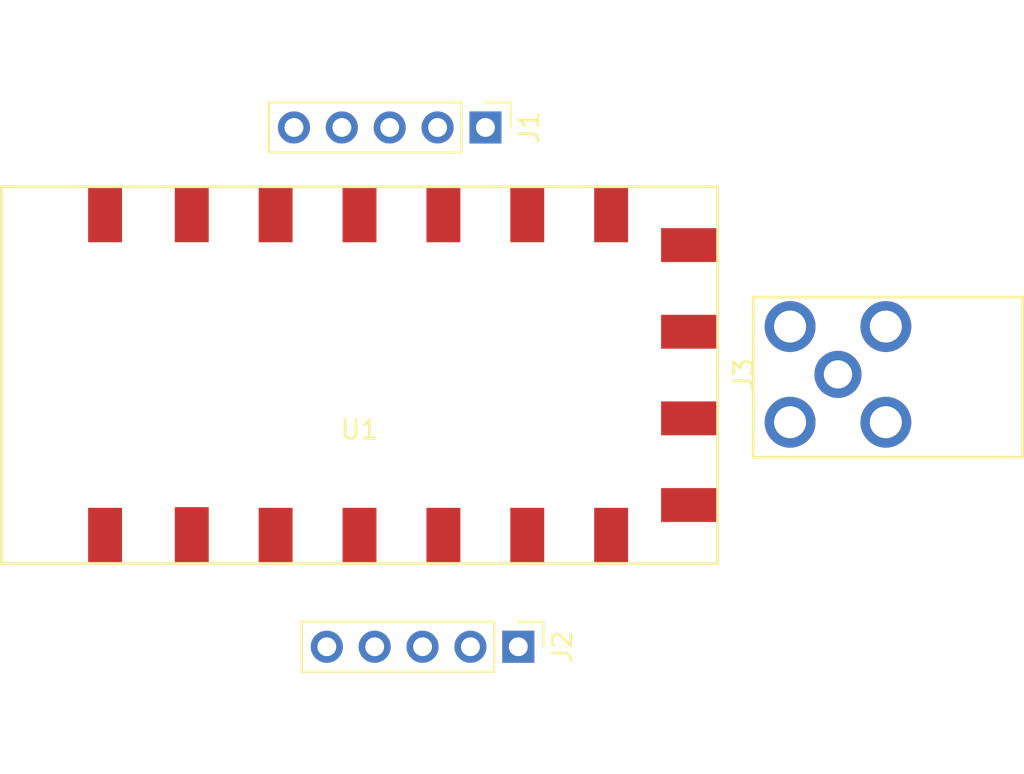
<source format=kicad_pcb>
(kicad_pcb (version 20171130) (host pcbnew 5.0.2-bee76a0~70~ubuntu18.04.1)

  (general
    (thickness 1.6)
    (drawings 0)
    (tracks 0)
    (zones 0)
    (modules 4)
    (nets 12)
  )

  (page A4)
  (layers
    (0 F.Cu signal)
    (31 B.Cu signal)
    (32 B.Adhes user)
    (33 F.Adhes user)
    (34 B.Paste user)
    (35 F.Paste user)
    (36 B.SilkS user)
    (37 F.SilkS user)
    (38 B.Mask user)
    (39 F.Mask user)
    (40 Dwgs.User user)
    (41 Cmts.User user)
    (42 Eco1.User user)
    (43 Eco2.User user)
    (44 Edge.Cuts user)
    (45 Margin user)
    (46 B.CrtYd user)
    (47 F.CrtYd user)
    (48 B.Fab user)
    (49 F.Fab user)
  )

  (setup
    (last_trace_width 0.25)
    (trace_clearance 0.2)
    (zone_clearance 0.508)
    (zone_45_only no)
    (trace_min 0.2)
    (segment_width 0.2)
    (edge_width 0.15)
    (via_size 0.8)
    (via_drill 0.4)
    (via_min_size 0.4)
    (via_min_drill 0.3)
    (uvia_size 0.3)
    (uvia_drill 0.1)
    (uvias_allowed no)
    (uvia_min_size 0.2)
    (uvia_min_drill 0.1)
    (pcb_text_width 0.3)
    (pcb_text_size 1.5 1.5)
    (mod_edge_width 0.15)
    (mod_text_size 1 1)
    (mod_text_width 0.15)
    (pad_size 1.524 1.524)
    (pad_drill 0.762)
    (pad_to_mask_clearance 0.051)
    (solder_mask_min_width 0.25)
    (aux_axis_origin 0 0)
    (visible_elements FFFFFF7F)
    (pcbplotparams
      (layerselection 0x010fc_ffffffff)
      (usegerberextensions false)
      (usegerberattributes false)
      (usegerberadvancedattributes false)
      (creategerberjobfile false)
      (excludeedgelayer true)
      (linewidth 0.100000)
      (plotframeref false)
      (viasonmask false)
      (mode 1)
      (useauxorigin false)
      (hpglpennumber 1)
      (hpglpenspeed 20)
      (hpglpendiameter 15.000000)
      (psnegative false)
      (psa4output false)
      (plotreference true)
      (plotvalue true)
      (plotinvisibletext false)
      (padsonsilk false)
      (subtractmaskfromsilk false)
      (outputformat 1)
      (mirror false)
      (drillshape 1)
      (scaleselection 1)
      (outputdirectory ""))
  )

  (net 0 "")
  (net 1 TXD)
  (net 2 RXD)
  (net 3 ~HI_PWR)
  (net 4 ~PD)
  (net 5 +3V3)
  (net 6 MIC_IN)
  (net 7 ~PTT)
  (net 8 AF_OUT)
  (net 9 SQ)
  (net 10 GND)
  (net 11 "Net-(J3-Pad1)")

  (net_class Default "This is the default net class."
    (clearance 0.2)
    (trace_width 0.25)
    (via_dia 0.8)
    (via_drill 0.4)
    (uvia_dia 0.3)
    (uvia_drill 0.1)
    (add_net +3V3)
    (add_net AF_OUT)
    (add_net GND)
    (add_net MIC_IN)
    (add_net "Net-(J3-Pad1)")
    (add_net RXD)
    (add_net SQ)
    (add_net TXD)
    (add_net ~HI_PWR)
    (add_net ~PD)
    (add_net ~PTT)
  )

  (module Pin_Headers:Pin_Header_Straight_1x05_Pitch2.54mm (layer F.Cu) (tedit 59650532) (tstamp 5D5C887A)
    (at 151.257 82.931 270)
    (descr "Through hole straight pin header, 1x05, 2.54mm pitch, single row")
    (tags "Through hole pin header THT 1x05 2.54mm single row")
    (path /5D5C737E)
    (fp_text reference J1 (at 0 -2.33 270) (layer F.SilkS)
      (effects (font (size 1 1) (thickness 0.15)))
    )
    (fp_text value Conn_01x05_Male (at 0 12.49 270) (layer F.Fab)
      (effects (font (size 1 1) (thickness 0.15)))
    )
    (fp_text user %R (at 0 5.08) (layer F.Fab)
      (effects (font (size 1 1) (thickness 0.15)))
    )
    (fp_line (start 1.8 -1.8) (end -1.8 -1.8) (layer F.CrtYd) (width 0.05))
    (fp_line (start 1.8 11.95) (end 1.8 -1.8) (layer F.CrtYd) (width 0.05))
    (fp_line (start -1.8 11.95) (end 1.8 11.95) (layer F.CrtYd) (width 0.05))
    (fp_line (start -1.8 -1.8) (end -1.8 11.95) (layer F.CrtYd) (width 0.05))
    (fp_line (start -1.33 -1.33) (end 0 -1.33) (layer F.SilkS) (width 0.12))
    (fp_line (start -1.33 0) (end -1.33 -1.33) (layer F.SilkS) (width 0.12))
    (fp_line (start -1.33 1.27) (end 1.33 1.27) (layer F.SilkS) (width 0.12))
    (fp_line (start 1.33 1.27) (end 1.33 11.49) (layer F.SilkS) (width 0.12))
    (fp_line (start -1.33 1.27) (end -1.33 11.49) (layer F.SilkS) (width 0.12))
    (fp_line (start -1.33 11.49) (end 1.33 11.49) (layer F.SilkS) (width 0.12))
    (fp_line (start -1.27 -0.635) (end -0.635 -1.27) (layer F.Fab) (width 0.1))
    (fp_line (start -1.27 11.43) (end -1.27 -0.635) (layer F.Fab) (width 0.1))
    (fp_line (start 1.27 11.43) (end -1.27 11.43) (layer F.Fab) (width 0.1))
    (fp_line (start 1.27 -1.27) (end 1.27 11.43) (layer F.Fab) (width 0.1))
    (fp_line (start -0.635 -1.27) (end 1.27 -1.27) (layer F.Fab) (width 0.1))
    (pad 5 thru_hole oval (at 0 10.16 270) (size 1.7 1.7) (drill 1) (layers *.Cu *.Mask)
      (net 1 TXD))
    (pad 4 thru_hole oval (at 0 7.62 270) (size 1.7 1.7) (drill 1) (layers *.Cu *.Mask)
      (net 2 RXD))
    (pad 3 thru_hole oval (at 0 5.08 270) (size 1.7 1.7) (drill 1) (layers *.Cu *.Mask)
      (net 3 ~HI_PWR))
    (pad 2 thru_hole oval (at 0 2.54 270) (size 1.7 1.7) (drill 1) (layers *.Cu *.Mask)
      (net 4 ~PD))
    (pad 1 thru_hole rect (at 0 0 270) (size 1.7 1.7) (drill 1) (layers *.Cu *.Mask)
      (net 5 +3V3))
    (model ${KISYS3DMOD}/Pin_Headers.3dshapes/Pin_Header_Straight_1x05_Pitch2.54mm.wrl
      (at (xyz 0 0 0))
      (scale (xyz 1 1 1))
      (rotate (xyz 0 0 0))
    )
  )

  (module Pin_Headers:Pin_Header_Straight_1x05_Pitch2.54mm (layer F.Cu) (tedit 59650532) (tstamp 5D5C8832)
    (at 153 110.5 270)
    (descr "Through hole straight pin header, 1x05, 2.54mm pitch, single row")
    (tags "Through hole pin header THT 1x05 2.54mm single row")
    (path /5D5C73F7)
    (fp_text reference J2 (at 0 -2.33 270) (layer F.SilkS)
      (effects (font (size 1 1) (thickness 0.15)))
    )
    (fp_text value Conn_01x05_Male (at 0 12.49 270) (layer F.Fab)
      (effects (font (size 1 1) (thickness 0.15)))
    )
    (fp_line (start -0.635 -1.27) (end 1.27 -1.27) (layer F.Fab) (width 0.1))
    (fp_line (start 1.27 -1.27) (end 1.27 11.43) (layer F.Fab) (width 0.1))
    (fp_line (start 1.27 11.43) (end -1.27 11.43) (layer F.Fab) (width 0.1))
    (fp_line (start -1.27 11.43) (end -1.27 -0.635) (layer F.Fab) (width 0.1))
    (fp_line (start -1.27 -0.635) (end -0.635 -1.27) (layer F.Fab) (width 0.1))
    (fp_line (start -1.33 11.49) (end 1.33 11.49) (layer F.SilkS) (width 0.12))
    (fp_line (start -1.33 1.27) (end -1.33 11.49) (layer F.SilkS) (width 0.12))
    (fp_line (start 1.33 1.27) (end 1.33 11.49) (layer F.SilkS) (width 0.12))
    (fp_line (start -1.33 1.27) (end 1.33 1.27) (layer F.SilkS) (width 0.12))
    (fp_line (start -1.33 0) (end -1.33 -1.33) (layer F.SilkS) (width 0.12))
    (fp_line (start -1.33 -1.33) (end 0 -1.33) (layer F.SilkS) (width 0.12))
    (fp_line (start -1.8 -1.8) (end -1.8 11.95) (layer F.CrtYd) (width 0.05))
    (fp_line (start -1.8 11.95) (end 1.8 11.95) (layer F.CrtYd) (width 0.05))
    (fp_line (start 1.8 11.95) (end 1.8 -1.8) (layer F.CrtYd) (width 0.05))
    (fp_line (start 1.8 -1.8) (end -1.8 -1.8) (layer F.CrtYd) (width 0.05))
    (fp_text user %R (at 0 5.08) (layer F.Fab)
      (effects (font (size 1 1) (thickness 0.15)))
    )
    (pad 1 thru_hole rect (at 0 0 270) (size 1.7 1.7) (drill 1) (layers *.Cu *.Mask)
      (net 6 MIC_IN))
    (pad 2 thru_hole oval (at 0 2.54 270) (size 1.7 1.7) (drill 1) (layers *.Cu *.Mask)
      (net 7 ~PTT))
    (pad 3 thru_hole oval (at 0 5.08 270) (size 1.7 1.7) (drill 1) (layers *.Cu *.Mask)
      (net 8 AF_OUT))
    (pad 4 thru_hole oval (at 0 7.62 270) (size 1.7 1.7) (drill 1) (layers *.Cu *.Mask)
      (net 9 SQ))
    (pad 5 thru_hole oval (at 0 10.16 270) (size 1.7 1.7) (drill 1) (layers *.Cu *.Mask)
      (net 10 GND))
    (model ${KISYS3DMOD}/Pin_Headers.3dshapes/Pin_Header_Straight_1x05_Pitch2.54mm.wrl
      (at (xyz 0 0 0))
      (scale (xyz 1 1 1))
      (rotate (xyz 0 0 0))
    )
  )

  (module Connectors_RF_Ham:SMA_THT_90deg (layer F.Cu) (tedit 5D5C7DFB) (tstamp 5D5C88B7)
    (at 169.96 96.04 90)
    (tags "sma tht")
    (path /5D5C7193)
    (fp_text reference J3 (at 0 -5 270) (layer F.SilkS)
      (effects (font (size 1 1) (thickness 0.15)))
    )
    (fp_text value Conn_Coaxial (at 4.9556 1.7186 180) (layer F.Fab)
      (effects (font (size 1 1) (thickness 0.15)))
    )
    (fp_line (start -4.4 -4.5) (end 4.1 -4.5) (layer F.SilkS) (width 0.15))
    (fp_line (start 4.1 -4.5) (end 4.1 9.8) (layer F.SilkS) (width 0.15))
    (fp_line (start 4.1 9.8) (end -3.5 9.8) (layer F.SilkS) (width 0.15))
    (fp_line (start -3.5 9.8) (end -4.4 9.8) (layer F.SilkS) (width 0.15))
    (fp_line (start -4.4 9.8) (end -4.4 -4.5) (layer F.SilkS) (width 0.15))
    (pad 1 thru_hole circle (at 0 0 90) (size 2.5 2.5) (drill 1.5) (layers *.Cu *.Mask)
      (net 11 "Net-(J3-Pad1)"))
    (pad 2 thru_hole circle (at -2.54 -2.54 90) (size 2.7 2.7) (drill 1.7) (layers *.Cu *.Mask)
      (net 10 GND))
    (pad 2 thru_hole circle (at 2.54 -2.54 90) (size 2.7 2.7) (drill 1.7) (layers *.Cu *.Mask)
      (net 10 GND))
    (pad 2 thru_hole circle (at 2.54 2.54 90) (size 2.7 2.7) (drill 1.7) (layers *.Cu *.Mask)
      (net 10 GND))
    (pad 2 thru_hole circle (at -2.54 2.54 90) (size 2.7 2.7) (drill 1.7) (layers *.Cu *.Mask)
      (net 10 GND))
  )

  (module RF_Ham:DRV818V (layer F.Cu) (tedit 5D5C7749) (tstamp 5D5C88EA)
    (at 144.575001 96.075001)
    (path /5D5C7072)
    (fp_text reference U1 (at 0 2.9) (layer F.SilkS)
      (effects (font (size 1 1) (thickness 0.15)))
    )
    (fp_text value DRV818V (at 0 -5.6) (layer F.Fab)
      (effects (font (size 1 1) (thickness 0.15)))
    )
    (fp_line (start -19 -10) (end 19 -10) (layer F.SilkS) (width 0.15))
    (fp_line (start -19 -10) (end -19 10) (layer F.SilkS) (width 0.15))
    (fp_line (start 19 -10) (end 19 10) (layer F.SilkS) (width 0.15))
    (fp_line (start -19 10) (end 19 10) (layer F.SilkS) (width 0.15))
    (pad 1 smd rect (at -13.5 -8.55) (size 1.8 3) (layers F.Cu F.Paste F.Mask)
      (net 9 SQ))
    (pad 2 smd rect (at -8.9 -8.55) (size 1.8 3) (layers F.Cu F.Paste F.Mask))
    (pad 3 smd rect (at -4.45 -8.55) (size 1.8 3) (layers F.Cu F.Paste F.Mask)
      (net 8 AF_OUT))
    (pad 4 smd rect (at 0 -8.55) (size 1.8 3) (layers F.Cu F.Paste F.Mask))
    (pad 5 smd rect (at 4.45 -8.55) (size 1.8 3) (layers F.Cu F.Paste F.Mask)
      (net 7 ~PTT))
    (pad 6 smd rect (at 8.9 -8.55) (size 1.8 3) (layers F.Cu F.Paste F.Mask)
      (net 4 ~PD))
    (pad 7 smd rect (at 13.35 -8.55) (size 1.8 3) (layers F.Cu F.Paste F.Mask)
      (net 3 ~HI_PWR))
    (pad 13 smd rect (at 8.9 8.55) (size 1.8 3) (layers F.Cu F.Paste F.Mask))
    (pad 17 smd rect (at -8.9 8.5145) (size 1.8 3) (layers F.Cu F.Paste F.Mask)
      (net 1 TXD))
    (pad 12 smd rect (at 13.35 8.55) (size 1.8 3) (layers F.Cu F.Paste F.Mask)
      (net 11 "Net-(J3-Pad1)"))
    (pad 15 smd rect (at 0 8.55) (size 1.8 3) (layers F.Cu F.Paste F.Mask))
    (pad 16 smd rect (at -4.45 8.55) (size 1.8 3) (layers F.Cu F.Paste F.Mask)
      (net 2 RXD))
    (pad 18 smd rect (at -13.5 8.55) (size 1.8 3) (layers F.Cu F.Paste F.Mask)
      (net 6 MIC_IN))
    (pad 14 smd rect (at 4.45 8.55) (size 1.8 3) (layers F.Cu F.Paste F.Mask))
    (pad 8 smd rect (at 17.5 -6.9 90) (size 1.8 3) (layers F.Cu F.Paste F.Mask)
      (net 5 +3V3))
    (pad 9 smd rect (at 17.5 -2.3 90) (size 1.8 3) (layers F.Cu F.Paste F.Mask)
      (net 10 GND))
    (pad 10 smd rect (at 17.5 2.3 90) (size 1.8 3) (layers F.Cu F.Paste F.Mask)
      (net 10 GND))
    (pad 11 smd rect (at 17.5 6.9 90) (size 1.8 3) (layers F.Cu F.Paste F.Mask))
  )

)

</source>
